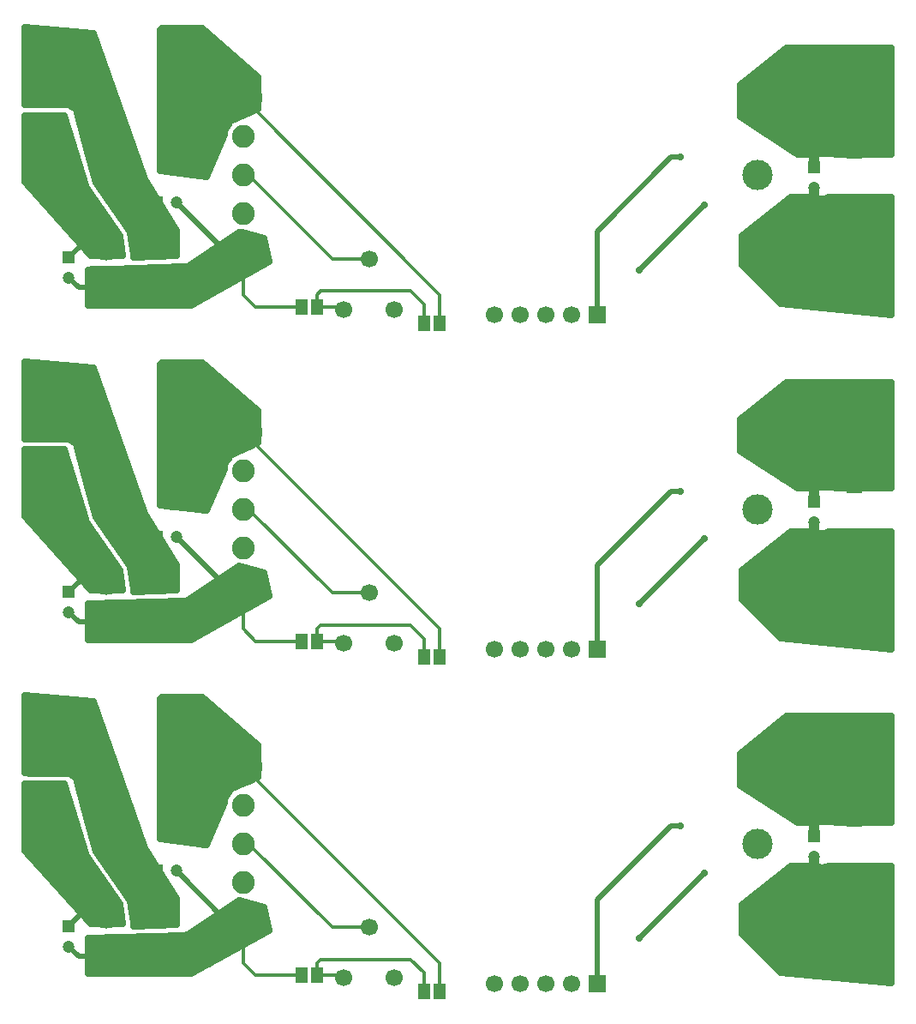
<source format=gbl>
G04 DipTrace 3.2.0.1*
G04 Bottom.GBL*
%MOIN*%
G04 #@! TF.FileFunction,Copper,L2,Bot*
G04 #@! TF.Part,Single*
G04 #@! TA.AperFunction,Conductor*
%ADD14C,0.019685*%
%ADD15C,0.012992*%
%ADD16C,0.03937*%
G04 #@! TA.AperFunction,CopperBalancing*
%ADD17C,0.025*%
G04 #@! TA.AperFunction,ComponentPad*
%ADD19C,0.047244*%
%ADD20R,0.047244X0.047244*%
%ADD21R,0.066929X0.066929*%
%ADD22C,0.066929*%
%ADD23C,0.11811*%
%ADD24C,0.088583*%
%ADD25C,0.15*%
%ADD26O,0.114173X0.098425*%
%ADD33C,0.066929*%
%ADD34R,0.046X0.063*%
G04 #@! TA.AperFunction,ComponentPad*
%ADD35C,0.11811*%
%ADD36C,0.062992*%
%ADD37R,0.062992X0.062992*%
G04 #@! TA.AperFunction,ViaPad*
%ADD40C,0.027559*%
%FSLAX26Y26*%
G04*
G70*
G90*
G75*
G01*
G04 Bottom*
%LPD*%
X1766240Y81251D2*
D15*
Y191241D1*
X1001231Y956251D1*
Y356251D2*
Y191240D1*
X1048722Y143749D1*
X1228740D1*
X743110Y550000D2*
D14*
X936860Y356251D1*
X1001231D1*
X322491Y256251D2*
X360531Y218209D1*
X468454D1*
X2794991Y541251D2*
X2541240Y287500D1*
X3172491Y500000D2*
D16*
X3222491Y550000D1*
Y606251D1*
X3378740Y550000D2*
X3428740Y500000D1*
X3472491D1*
X3172491Y800000D2*
X3222491Y750000D1*
Y684991D1*
X3378740Y750000D2*
X3428740Y800000D1*
X3472491D1*
X1001231Y656251D2*
D15*
X1022490D1*
X1347490Y331251D1*
X1491240D1*
X1288740Y143749D2*
Y191249D1*
X1303740Y206249D1*
X1653741D1*
X1706240Y153751D1*
Y81251D1*
X1288740Y143749D2*
X1383466D1*
X1392815Y134400D1*
X2703740Y725000D2*
D14*
X2666240D1*
X2378740Y437500D1*
Y112500D1*
X322491Y334991D2*
X371063Y383563D1*
X468454D1*
D40*
X2794991Y541251D3*
X2541240Y287500D3*
X2703740Y725000D3*
X3085782Y1125131D2*
D17*
X3520005D1*
X3054706Y1100262D2*
X3520005D1*
X3023631Y1075394D2*
X3520005D1*
X2992520Y1050525D2*
X3520005D1*
X2961444Y1025656D2*
X3520005D1*
X2937509Y1000787D2*
X3520005D1*
X2937509Y975919D2*
X3520005D1*
X2937509Y951050D2*
X3520005D1*
X2937509Y926181D2*
X3520005D1*
X2937509Y901312D2*
X3520005D1*
X2945726Y876444D2*
X3520005D1*
X2984087Y851575D2*
X3520005D1*
X3022411Y826706D2*
X3520005D1*
X3060735Y801837D2*
X3520005D1*
X3099096Y776969D2*
X3520005D1*
X3137420Y752100D2*
X3520005D1*
X3212812Y741354D2*
X3303854D1*
Y737514D1*
X3522522Y737500D1*
X3522490Y1149976D1*
X3114391Y1150000D1*
X2935018Y1006514D1*
X2934991Y881773D1*
X3157462Y737486D1*
X3203655Y737500D1*
X3203626Y741354D1*
X3212812D1*
X3103730Y543881D2*
X3519974D1*
X3071865Y519012D2*
X3519974D1*
X3040035Y494143D2*
X3519974D1*
X3008206Y469274D2*
X3519974D1*
X2976377Y444406D2*
X3519974D1*
X2944547Y419537D2*
X3519974D1*
X2943759Y394668D2*
X3519974D1*
X2943759Y369799D2*
X3519974D1*
X2943759Y344930D2*
X3519974D1*
X2943759Y320062D2*
X3519974D1*
X2953734Y295193D2*
X3519974D1*
X2978601Y270324D2*
X3519974D1*
X3003470Y245455D2*
X3519974D1*
X3028337Y220587D2*
X3519974D1*
X3053205Y195718D2*
X3519974D1*
X3078072Y170849D2*
X3519974D1*
X3193727Y145980D2*
X3519974D1*
X3449509Y121112D2*
X3519974D1*
X3278114Y568757D2*
X3272919Y566201D1*
X3265440Y563770D1*
X3257672Y562541D1*
X3249808D1*
X3242041Y563770D1*
X3234562Y566201D1*
X3229366Y568757D1*
X3133051Y568749D1*
X2941235Y418899D1*
X2941240Y305164D1*
X3090660Y155757D1*
X3522467Y113777D1*
X3522490Y568755D1*
X3278167Y568749D1*
X953987Y412631D2*
X1065252D1*
X916668Y387762D2*
X1083194D1*
X879348Y362894D2*
X1089043D1*
X842064Y338025D2*
X1094892D1*
X804745Y313156D2*
X1089331D1*
X412495Y288287D2*
X1044906D1*
X400008Y263419D2*
X1000517D1*
X400008Y238550D2*
X956093D1*
X400008Y213681D2*
X911703D1*
X400008Y188812D2*
X867280D1*
X400008Y163944D2*
X822891D1*
X999180Y432791D2*
X989727Y433617D1*
X984280Y434504D1*
X783962Y301143D1*
X781165Y300238D1*
X769955Y299715D1*
X397486Y287890D1*
X397490Y149969D1*
X800492Y150000D1*
X1101927Y318811D1*
X1080732Y408832D1*
X999411Y432730D1*
X681259Y1200131D2*
X869243D1*
X681259Y1175262D2*
X898094D1*
X681259Y1150394D2*
X926980D1*
X681259Y1125525D2*
X955867D1*
X681259Y1100656D2*
X984755D1*
X681259Y1075787D2*
X1013642D1*
X681259Y1050919D2*
X1042528D1*
X681259Y1026050D2*
X1057492D1*
X681259Y1001181D2*
X1057492D1*
X681259Y976312D2*
X1057492D1*
X681259Y951444D2*
X1057492D1*
X681259Y926575D2*
X1057492D1*
X681259Y901706D2*
X1029000D1*
X681259Y876837D2*
X973020D1*
X681259Y851969D2*
X941119D1*
X681259Y827100D2*
X928201D1*
X681259Y802231D2*
X920738D1*
X681259Y777362D2*
X910080D1*
X681259Y752493D2*
X899421D1*
X681259Y727625D2*
X888764D1*
X681259Y702756D2*
X878106D1*
X681259Y677887D2*
X867449D1*
X845357Y653018D2*
X856791D1*
X928101Y813566D2*
X929723Y823419D1*
X933290Y834392D1*
X938529Y844675D1*
X945311Y854010D1*
X949413Y862909D1*
X951260Y865196D1*
X953591Y866987D1*
X1030466Y901251D1*
X1060010Y914382D1*
X1059991Y1038020D1*
X842856Y1224996D1*
X684986Y1225000D1*
X678740Y1219127D1*
Y673508D1*
X858466Y651070D1*
X928043Y813440D1*
X156259Y862631D2*
X312055D1*
X156259Y837762D2*
X319627D1*
X156259Y812894D2*
X327198D1*
X156259Y788025D2*
X334770D1*
X156259Y763156D2*
X342306D1*
X156259Y738287D2*
X349877D1*
X156259Y713419D2*
X357449D1*
X156259Y688550D2*
X365020D1*
X156259Y663681D2*
X372592D1*
X156259Y638812D2*
X380163D1*
X170396Y613944D2*
X387735D1*
X192609Y589075D2*
X402375D1*
X214822Y564206D2*
X419780D1*
X237070Y539337D2*
X437184D1*
X259282Y514469D2*
X454587D1*
X281493Y489600D2*
X472026D1*
X303706Y464731D2*
X489430D1*
X325954Y439862D2*
X506835D1*
X348167Y414993D2*
X521224D1*
X370379Y390125D2*
X524525D1*
X392627Y365256D2*
X527862D1*
X291205Y887500D2*
X153768D1*
X153740Y629802D1*
X409319Y343766D1*
X533247Y343749D1*
X523001Y420335D1*
X392504Y607022D1*
X389108Y617648D1*
X306975Y887513D1*
X291236Y887500D1*
X156259Y1206382D2*
X417303D1*
X156259Y1181513D2*
X425951D1*
X156259Y1156644D2*
X434600D1*
X156259Y1131776D2*
X443248D1*
X156259Y1106907D2*
X451896D1*
X156259Y1082038D2*
X460543D1*
X156259Y1057169D2*
X469192D1*
X156259Y1032301D2*
X477840D1*
X156259Y1007432D2*
X486524D1*
X156259Y982563D2*
X495172D1*
X156259Y957694D2*
X503820D1*
X156259Y932825D2*
X512469D1*
X356205Y907957D2*
X521117D1*
X362413Y883088D2*
X529765D1*
X368621Y858219D2*
X538412D1*
X374865Y833350D2*
X547060D1*
X381072Y808482D2*
X555709D1*
X387281Y783613D2*
X564357D1*
X393488Y758744D2*
X573005D1*
X399875Y733875D2*
X581654D1*
X407448Y709007D2*
X590301D1*
X415018Y684138D2*
X598949D1*
X422591Y659269D2*
X607597D1*
X430163Y634400D2*
X617358D1*
X444013Y609531D2*
X632895D1*
X461417Y584663D2*
X648433D1*
X478822Y559794D2*
X663971D1*
X496261Y534925D2*
X679509D1*
X513664Y510056D2*
X695047D1*
X531068Y485188D2*
X710585D1*
X548472Y460319D2*
X726159D1*
X564799Y435450D2*
X738755D1*
X568927Y410581D2*
X738755D1*
X572227Y385713D2*
X738755D1*
X575564Y360844D2*
X738755D1*
X578866Y335975D2*
X593925D1*
X576483Y335343D2*
X659723Y338240D1*
X741218Y343034D1*
X741240Y440157D1*
X617293Y638730D1*
X419604Y1206970D1*
X153710Y1230119D1*
X153740Y930517D1*
X173644Y929249D1*
X319080Y929110D1*
X323600Y928307D1*
X327937Y926807D1*
X331987Y924648D1*
X335648Y921881D1*
X337311Y920285D1*
X343080Y918614D1*
X345916Y917844D1*
X348492Y916432D1*
X350669Y914458D1*
X352324Y912029D1*
X353367Y909282D1*
X397715Y732749D1*
X430371Y625451D1*
X560295Y439667D1*
X562277Y435528D1*
X563588Y431129D1*
X574909Y346915D1*
X576453Y335336D1*
D19*
X743110Y550000D3*
D20*
X664370D3*
D21*
X2378740Y112500D3*
D22*
X2278740D3*
X2178740D3*
X2078740D3*
X1978740D3*
D23*
X3001231Y956251D3*
Y656251D3*
Y356251D3*
D24*
X1001231Y656251D3*
Y506251D3*
Y806251D3*
D25*
Y956251D3*
Y356251D3*
D26*
X197491Y1187500D3*
X727806D3*
X197491Y1053642D3*
X727806D3*
D33*
X1491240Y331251D3*
X1589665Y134400D3*
X1392815D3*
D34*
X1228740Y143749D3*
X1288740D3*
X1766240Y81251D3*
X1706240D3*
D26*
X197491Y837500D3*
X727806D3*
X197491Y703642D3*
X727806D3*
D35*
X684990Y387500D3*
Y222146D3*
X468454Y383563D3*
Y218209D3*
X3472491Y200000D3*
X3172491D3*
X3472491Y500000D3*
X3172491D3*
X3472491Y800000D3*
X3172491D3*
X3472491Y1100000D3*
X3172491D3*
D19*
X322491Y256251D3*
D20*
Y334991D3*
D19*
X3222491Y606251D3*
D20*
Y684991D3*
D36*
X3378740Y550000D3*
D37*
Y750000D3*
X1766240Y1380463D2*
D15*
Y1490454D1*
X1001231Y2255463D1*
Y1655463D2*
Y1490453D1*
X1048722Y1442962D1*
X1228740D1*
X743110Y1849213D2*
D14*
X936860Y1655463D1*
X1001231D1*
X322491Y1555463D2*
X360531Y1517421D1*
X468454D1*
X2794991Y1840463D2*
X2541240Y1586713D1*
X3172491Y1799213D2*
D16*
X3222491Y1849213D1*
Y1905463D1*
X3378740Y1849213D2*
X3428740Y1799213D1*
X3472491D1*
X3172491Y2099213D2*
X3222491Y2049213D1*
Y1984203D1*
X3378740Y2049213D2*
X3428740Y2099213D1*
X3472491D1*
X1001231Y1955463D2*
D15*
X1022490D1*
X1347490Y1630463D1*
X1491240D1*
X1288740Y1442962D2*
Y1490462D1*
X1303740Y1505462D1*
X1653741D1*
X1706240Y1452963D1*
Y1380463D1*
X1288740Y1442962D2*
X1383466D1*
X1392815Y1433613D1*
X2703740Y2024213D2*
D14*
X2666240D1*
X2378740Y1736713D1*
Y1411713D1*
X322491Y1634203D2*
X371063Y1682776D1*
X468454D1*
D40*
X2794991Y1840463D3*
X2541240Y1586713D3*
X2703740Y2024213D3*
X3085782Y2424344D2*
D17*
X3520005D1*
X3054706Y2399475D2*
X3520005D1*
X3023631Y2374606D2*
X3520005D1*
X2992520Y2349738D2*
X3520005D1*
X2961444Y2324869D2*
X3520005D1*
X2937509Y2300000D2*
X3520005D1*
X2937509Y2275131D2*
X3520005D1*
X2937509Y2250262D2*
X3520005D1*
X2937509Y2225394D2*
X3520005D1*
X2937509Y2200525D2*
X3520005D1*
X2945726Y2175656D2*
X3520005D1*
X2984087Y2150787D2*
X3520005D1*
X3022411Y2125919D2*
X3520005D1*
X3060735Y2101050D2*
X3520005D1*
X3099096Y2076181D2*
X3520005D1*
X3137420Y2051312D2*
X3520005D1*
X3212812Y2040567D2*
X3303854D1*
Y2036727D1*
X3522522Y2036713D1*
X3522490Y2449189D1*
X3114391Y2449213D1*
X2935018Y2305727D1*
X2934991Y2180986D1*
X3157462Y2036698D1*
X3203655Y2036713D1*
X3203626Y2040567D1*
X3212812D1*
X3103730Y1843093D2*
X3519974D1*
X3071865Y1818224D2*
X3519974D1*
X3040035Y1793356D2*
X3519974D1*
X3008206Y1768487D2*
X3519974D1*
X2976377Y1743618D2*
X3519974D1*
X2944547Y1718749D2*
X3519974D1*
X2943759Y1693881D2*
X3519974D1*
X2943759Y1669012D2*
X3519974D1*
X2943759Y1644143D2*
X3519974D1*
X2943759Y1619274D2*
X3519974D1*
X2953734Y1594406D2*
X3519974D1*
X2978601Y1569537D2*
X3519974D1*
X3003470Y1544668D2*
X3519974D1*
X3028337Y1519799D2*
X3519974D1*
X3053205Y1494930D2*
X3519974D1*
X3078072Y1470062D2*
X3519974D1*
X3193727Y1445193D2*
X3519974D1*
X3449509Y1420324D2*
X3519974D1*
X3278114Y1867970D2*
X3272919Y1865413D1*
X3265440Y1862983D1*
X3257672Y1861753D1*
X3249808D1*
X3242041Y1862983D1*
X3234562Y1865413D1*
X3229366Y1867970D1*
X3133051Y1867962D1*
X2941235Y1718112D1*
X2941240Y1604377D1*
X3090660Y1454970D1*
X3522467Y1412990D1*
X3522490Y1867967D1*
X3278167Y1867962D1*
X953987Y1711844D2*
X1065252D1*
X916668Y1686975D2*
X1083194D1*
X879348Y1662106D2*
X1089043D1*
X842064Y1637238D2*
X1094892D1*
X804745Y1612369D2*
X1089331D1*
X412495Y1587500D2*
X1044906D1*
X400008Y1562631D2*
X1000517D1*
X400008Y1537762D2*
X956093D1*
X400008Y1512894D2*
X911703D1*
X400008Y1488025D2*
X867280D1*
X400008Y1463156D2*
X822891D1*
X999180Y1732004D2*
X989727Y1732829D1*
X984280Y1733717D1*
X783962Y1600356D1*
X781165Y1599450D1*
X769955Y1598928D1*
X397486Y1587102D1*
X397490Y1449181D1*
X800492Y1449213D1*
X1101927Y1618024D1*
X1080732Y1708045D1*
X999411Y1731942D1*
X681259Y2499344D2*
X869243D1*
X681259Y2474475D2*
X898094D1*
X681259Y2449606D2*
X926980D1*
X681259Y2424738D2*
X955867D1*
X681259Y2399869D2*
X984755D1*
X681259Y2375000D2*
X1013642D1*
X681259Y2350131D2*
X1042528D1*
X681259Y2325262D2*
X1057492D1*
X681259Y2300394D2*
X1057492D1*
X681259Y2275525D2*
X1057492D1*
X681259Y2250656D2*
X1057492D1*
X681259Y2225787D2*
X1057492D1*
X681259Y2200919D2*
X1029000D1*
X681259Y2176050D2*
X973020D1*
X681259Y2151181D2*
X941119D1*
X681259Y2126312D2*
X928201D1*
X681259Y2101444D2*
X920738D1*
X681259Y2076575D2*
X910080D1*
X681259Y2051706D2*
X899421D1*
X681259Y2026837D2*
X888764D1*
X681259Y2001969D2*
X878106D1*
X681259Y1977100D2*
X867449D1*
X845357Y1952231D2*
X856791D1*
X928101Y2112778D2*
X929723Y2122631D1*
X933290Y2133605D1*
X938529Y2143887D1*
X945311Y2153223D1*
X949413Y2162122D1*
X951260Y2164408D1*
X953591Y2166199D1*
X1030466Y2200463D1*
X1060010Y2213594D1*
X1059991Y2337232D1*
X842856Y2524209D1*
X684986Y2524213D1*
X678740Y2518340D1*
Y1972720D1*
X858466Y1950282D1*
X928043Y2112652D1*
X156259Y2161844D2*
X312055D1*
X156259Y2136975D2*
X319627D1*
X156259Y2112106D2*
X327198D1*
X156259Y2087238D2*
X334770D1*
X156259Y2062369D2*
X342306D1*
X156259Y2037500D2*
X349877D1*
X156259Y2012631D2*
X357449D1*
X156259Y1987762D2*
X365020D1*
X156259Y1962894D2*
X372592D1*
X156259Y1938025D2*
X380163D1*
X170396Y1913156D2*
X387735D1*
X192609Y1888287D2*
X402375D1*
X214822Y1863419D2*
X419780D1*
X237070Y1838550D2*
X437184D1*
X259282Y1813681D2*
X454587D1*
X281493Y1788812D2*
X472026D1*
X303706Y1763944D2*
X489430D1*
X325954Y1739075D2*
X506835D1*
X348167Y1714206D2*
X521224D1*
X370379Y1689337D2*
X524525D1*
X392627Y1664469D2*
X527862D1*
X291205Y2186713D2*
X153768D1*
X153740Y1929014D1*
X409319Y1642979D1*
X533247Y1642962D1*
X523001Y1719547D1*
X392504Y1906235D1*
X389108Y1916861D1*
X306975Y2186726D1*
X291236Y2186713D1*
X156259Y2505594D2*
X417303D1*
X156259Y2480726D2*
X425951D1*
X156259Y2455857D2*
X434600D1*
X156259Y2430988D2*
X443248D1*
X156259Y2406119D2*
X451896D1*
X156259Y2381251D2*
X460543D1*
X156259Y2356382D2*
X469192D1*
X156259Y2331513D2*
X477840D1*
X156259Y2306644D2*
X486524D1*
X156259Y2281776D2*
X495172D1*
X156259Y2256907D2*
X503820D1*
X156259Y2232038D2*
X512469D1*
X356205Y2207169D2*
X521117D1*
X362413Y2182301D2*
X529765D1*
X368621Y2157432D2*
X538412D1*
X374865Y2132563D2*
X547060D1*
X381072Y2107694D2*
X555709D1*
X387281Y2082825D2*
X564357D1*
X393488Y2057957D2*
X573005D1*
X399875Y2033088D2*
X581654D1*
X407448Y2008219D2*
X590301D1*
X415018Y1983350D2*
X598949D1*
X422591Y1958482D2*
X607597D1*
X430163Y1933613D2*
X617358D1*
X444013Y1908744D2*
X632895D1*
X461417Y1883875D2*
X648433D1*
X478822Y1859007D2*
X663971D1*
X496261Y1834138D2*
X679509D1*
X513664Y1809269D2*
X695047D1*
X531068Y1784400D2*
X710585D1*
X548472Y1759531D2*
X726159D1*
X564799Y1734663D2*
X738755D1*
X568927Y1709794D2*
X738755D1*
X572227Y1684925D2*
X738755D1*
X575564Y1660056D2*
X738755D1*
X578866Y1635188D2*
X593925D1*
X576483Y1634555D2*
X659723Y1637453D1*
X741218Y1642247D1*
X741240Y1739370D1*
X617293Y1937942D1*
X419604Y2506182D1*
X153710Y2529332D1*
X153740Y2229730D1*
X173644Y2228462D1*
X319080Y2228323D1*
X323600Y2227520D1*
X327937Y2226020D1*
X331987Y2223861D1*
X335648Y2221093D1*
X337311Y2219497D1*
X343080Y2217827D1*
X345916Y2217056D1*
X348492Y2215644D1*
X350669Y2213671D1*
X352324Y2211241D1*
X353367Y2208495D1*
X397715Y2031962D1*
X430371Y1924664D1*
X560295Y1738879D1*
X562277Y1734740D1*
X563588Y1730341D1*
X574909Y1646127D1*
X576453Y1634549D1*
D19*
X743110Y1849213D3*
D20*
X664370D3*
D21*
X2378740Y1411713D3*
D22*
X2278740D3*
X2178740D3*
X2078740D3*
X1978740D3*
D23*
X3001231Y2255463D3*
Y1955463D3*
Y1655463D3*
D24*
X1001231Y1955463D3*
Y1805463D3*
Y2105463D3*
D25*
Y2255463D3*
Y1655463D3*
D26*
X197491Y2486713D3*
X727806D3*
X197491Y2352854D3*
X727806D3*
D33*
X1491240Y1630463D3*
X1589665Y1433613D3*
X1392815D3*
D34*
X1228740Y1442962D3*
X1288740D3*
X1766240Y1380463D3*
X1706240D3*
D26*
X197491Y2136713D3*
X727806D3*
X197491Y2002854D3*
X727806D3*
D35*
X684990Y1686713D3*
Y1521358D3*
X468454Y1682776D3*
Y1517421D3*
X3472491Y1499213D3*
X3172491D3*
X3472491Y1799213D3*
X3172491D3*
X3472491Y2099213D3*
X3172491D3*
X3472491Y2399213D3*
X3172491D3*
D19*
X322491Y1555463D3*
D20*
Y1634203D3*
D19*
X3222491Y1905463D3*
D20*
Y1984203D3*
D36*
X3378740Y1849213D3*
D37*
Y2049213D3*
X1766240Y2679676D2*
D15*
Y2789667D1*
X1001231Y3554676D1*
Y2954676D2*
Y2789665D1*
X1048722Y2742175D1*
X1228740D1*
X743110Y3148425D2*
D14*
X936860Y2954676D1*
X1001231D1*
X322491Y2854676D2*
X360531Y2816634D1*
X468454D1*
X2794991Y3139676D2*
X2541240Y2885925D1*
X3172491Y3098425D2*
D16*
X3222491Y3148425D1*
Y3204676D1*
X3378740Y3148425D2*
X3428740Y3098425D1*
X3472491D1*
X3172491Y3398425D2*
X3222491Y3348425D1*
Y3283416D1*
X3378740Y3348425D2*
X3428740Y3398425D1*
X3472491D1*
X1001231Y3254676D2*
D15*
X1022490D1*
X1347490Y2929676D1*
X1491240D1*
X1288740Y2742175D2*
Y2789675D1*
X1303740Y2804675D1*
X1653741D1*
X1706240Y2752176D1*
Y2679676D1*
X1288740Y2742175D2*
X1383466D1*
X1392815Y2732825D1*
X2703740Y3323425D2*
D14*
X2666240D1*
X2378740Y3035925D1*
Y2710925D1*
X322491Y2933416D2*
X371063Y2981988D1*
X468454D1*
D40*
X2794991Y3139676D3*
X2541240Y2885925D3*
X2703740Y3323425D3*
X3085782Y3723556D2*
D17*
X3520005D1*
X3054706Y3698688D2*
X3520005D1*
X3023631Y3673819D2*
X3520005D1*
X2992520Y3648950D2*
X3520005D1*
X2961444Y3624081D2*
X3520005D1*
X2937509Y3599213D2*
X3520005D1*
X2937509Y3574344D2*
X3520005D1*
X2937509Y3549475D2*
X3520005D1*
X2937509Y3524606D2*
X3520005D1*
X2937509Y3499738D2*
X3520005D1*
X2945726Y3474869D2*
X3520005D1*
X2984087Y3450000D2*
X3520005D1*
X3022411Y3425131D2*
X3520005D1*
X3060735Y3400262D2*
X3520005D1*
X3099096Y3375394D2*
X3520005D1*
X3137420Y3350525D2*
X3520005D1*
X3212812Y3339780D2*
X3303854D1*
Y3335940D1*
X3522522Y3335925D1*
X3522490Y3748402D1*
X3114391Y3748425D1*
X2935018Y3604940D1*
X2934991Y3480198D1*
X3157462Y3335911D1*
X3203655Y3335925D1*
X3203626Y3339780D1*
X3212812D1*
X3103730Y3142306D2*
X3519974D1*
X3071865Y3117437D2*
X3519974D1*
X3040035Y3092568D2*
X3519974D1*
X3008206Y3067699D2*
X3519974D1*
X2976377Y3042831D2*
X3519974D1*
X2944547Y3017962D2*
X3519974D1*
X2943759Y2993093D2*
X3519974D1*
X2943759Y2968224D2*
X3519974D1*
X2943759Y2943356D2*
X3519974D1*
X2943759Y2918487D2*
X3519974D1*
X2953734Y2893618D2*
X3519974D1*
X2978601Y2868749D2*
X3519974D1*
X3003470Y2843881D2*
X3519974D1*
X3028337Y2819012D2*
X3519974D1*
X3053205Y2794143D2*
X3519974D1*
X3078072Y2769274D2*
X3519974D1*
X3193727Y2744406D2*
X3519974D1*
X3449509Y2719537D2*
X3519974D1*
X3278114Y3167182D2*
X3272919Y3164626D1*
X3265440Y3162196D1*
X3257672Y3160966D1*
X3249808D1*
X3242041Y3162196D1*
X3234562Y3164626D1*
X3229366Y3167182D1*
X3133051Y3167175D1*
X2941235Y3017324D1*
X2941240Y2903589D1*
X3090660Y2754182D1*
X3522467Y2712202D1*
X3522490Y3167180D1*
X3278167Y3167175D1*
X953987Y3011056D2*
X1065252D1*
X916668Y2986188D2*
X1083194D1*
X879348Y2961319D2*
X1089043D1*
X842064Y2936450D2*
X1094892D1*
X804745Y2911581D2*
X1089331D1*
X412495Y2886713D2*
X1044906D1*
X400008Y2861844D2*
X1000517D1*
X400008Y2836975D2*
X956093D1*
X400008Y2812106D2*
X911703D1*
X400008Y2787238D2*
X867280D1*
X400008Y2762369D2*
X822891D1*
X999180Y3031217D2*
X989727Y3032042D1*
X984280Y3032929D1*
X783962Y2899568D1*
X781165Y2898663D1*
X769955Y2898140D1*
X397486Y2886315D1*
X397490Y2748394D1*
X800492Y2748425D1*
X1101927Y2917236D1*
X1080732Y3007257D1*
X999411Y3031155D1*
X681259Y3798556D2*
X869243D1*
X681259Y3773688D2*
X898094D1*
X681259Y3748819D2*
X926980D1*
X681259Y3723950D2*
X955867D1*
X681259Y3699081D2*
X984755D1*
X681259Y3674213D2*
X1013642D1*
X681259Y3649344D2*
X1042528D1*
X681259Y3624475D2*
X1057492D1*
X681259Y3599606D2*
X1057492D1*
X681259Y3574738D2*
X1057492D1*
X681259Y3549869D2*
X1057492D1*
X681259Y3525000D2*
X1057492D1*
X681259Y3500131D2*
X1029000D1*
X681259Y3475262D2*
X973020D1*
X681259Y3450394D2*
X941119D1*
X681259Y3425525D2*
X928201D1*
X681259Y3400656D2*
X920738D1*
X681259Y3375787D2*
X910080D1*
X681259Y3350919D2*
X899421D1*
X681259Y3326050D2*
X888764D1*
X681259Y3301181D2*
X878106D1*
X681259Y3276312D2*
X867449D1*
X845357Y3251444D2*
X856791D1*
X928101Y3411991D2*
X929723Y3421844D1*
X933290Y3432818D1*
X938529Y3443100D1*
X945311Y3452436D1*
X949413Y3461335D1*
X951260Y3463621D1*
X953591Y3465412D1*
X1030466Y3499676D1*
X1060010Y3512807D1*
X1059991Y3636445D1*
X842856Y3823421D1*
X684986Y3823425D1*
X678740Y3817553D1*
Y3271933D1*
X858466Y3249495D1*
X928043Y3411865D1*
X156259Y3461056D2*
X312055D1*
X156259Y3436188D2*
X319627D1*
X156259Y3411319D2*
X327198D1*
X156259Y3386450D2*
X334770D1*
X156259Y3361581D2*
X342306D1*
X156259Y3336713D2*
X349877D1*
X156259Y3311844D2*
X357449D1*
X156259Y3286975D2*
X365020D1*
X156259Y3262106D2*
X372592D1*
X156259Y3237238D2*
X380163D1*
X170396Y3212369D2*
X387735D1*
X192609Y3187500D2*
X402375D1*
X214822Y3162631D2*
X419780D1*
X237070Y3137762D2*
X437184D1*
X259282Y3112894D2*
X454587D1*
X281493Y3088025D2*
X472026D1*
X303706Y3063156D2*
X489430D1*
X325954Y3038287D2*
X506835D1*
X348167Y3013419D2*
X521224D1*
X370379Y2988550D2*
X524525D1*
X392627Y2963681D2*
X527862D1*
X291205Y3485925D2*
X153768D1*
X153740Y3228227D1*
X409319Y2942192D1*
X533247Y2942175D1*
X523001Y3018760D1*
X392504Y3205448D1*
X389108Y3216073D1*
X306975Y3485938D1*
X291236Y3485925D1*
X156259Y3804807D2*
X417303D1*
X156259Y3779938D2*
X425951D1*
X156259Y3755070D2*
X434600D1*
X156259Y3730201D2*
X443248D1*
X156259Y3705332D2*
X451896D1*
X156259Y3680463D2*
X460543D1*
X156259Y3655594D2*
X469192D1*
X156259Y3630726D2*
X477840D1*
X156259Y3605857D2*
X486524D1*
X156259Y3580988D2*
X495172D1*
X156259Y3556119D2*
X503820D1*
X156259Y3531251D2*
X512469D1*
X356205Y3506382D2*
X521117D1*
X362413Y3481513D2*
X529765D1*
X368621Y3456644D2*
X538412D1*
X374865Y3431776D2*
X547060D1*
X381072Y3406907D2*
X555709D1*
X387281Y3382038D2*
X564357D1*
X393488Y3357169D2*
X573005D1*
X399875Y3332301D2*
X581654D1*
X407448Y3307432D2*
X590301D1*
X415018Y3282563D2*
X598949D1*
X422591Y3257694D2*
X607597D1*
X430163Y3232825D2*
X617358D1*
X444013Y3207957D2*
X632895D1*
X461417Y3183088D2*
X648433D1*
X478822Y3158219D2*
X663971D1*
X496261Y3133350D2*
X679509D1*
X513664Y3108482D2*
X695047D1*
X531068Y3083613D2*
X710585D1*
X548472Y3058744D2*
X726159D1*
X564799Y3033875D2*
X738755D1*
X568927Y3009007D2*
X738755D1*
X572227Y2984138D2*
X738755D1*
X575564Y2959269D2*
X738755D1*
X578866Y2934400D2*
X593925D1*
X576483Y2933768D2*
X659723Y2936665D1*
X741218Y2941459D1*
X741240Y3038583D1*
X617293Y3237155D1*
X419604Y3805395D1*
X153710Y3828545D1*
X153740Y3528942D1*
X173644Y3527675D1*
X319080Y3527535D1*
X323600Y3526732D1*
X327937Y3525232D1*
X331987Y3523073D1*
X335648Y3520306D1*
X337311Y3518710D1*
X343080Y3517039D1*
X345916Y3516269D1*
X348492Y3514857D1*
X350669Y3512883D1*
X352324Y3510454D1*
X353367Y3507707D1*
X397715Y3331175D1*
X430371Y3223877D1*
X560295Y3038092D1*
X562277Y3033953D1*
X563588Y3029554D1*
X574909Y2945340D1*
X576453Y2933761D1*
D19*
X743110Y3148425D3*
D20*
X664370D3*
D21*
X2378740Y2710925D3*
D22*
X2278740D3*
X2178740D3*
X2078740D3*
X1978740D3*
D23*
X3001231Y3554676D3*
Y3254676D3*
Y2954676D3*
D24*
X1001231Y3254676D3*
Y3104676D3*
Y3404676D3*
D25*
Y3554676D3*
Y2954676D3*
D26*
X197491Y3785925D3*
X727806D3*
X197491Y3652067D3*
X727806D3*
D33*
X1491240Y2929676D3*
X1589665Y2732825D3*
X1392815D3*
D34*
X1228740Y2742175D3*
X1288740D3*
X1766240Y2679676D3*
X1706240D3*
D26*
X197491Y3435925D3*
X727806D3*
X197491Y3302067D3*
X727806D3*
D35*
X684990Y2985925D3*
Y2820571D3*
X468454Y2981988D3*
Y2816634D3*
X3472491Y2798425D3*
X3172491D3*
X3472491Y3098425D3*
X3172491D3*
X3472491Y3398425D3*
X3172491D3*
X3472491Y3698425D3*
X3172491D3*
D19*
X322491Y2854676D3*
D20*
Y2933416D3*
D19*
X3222491Y3204676D3*
D20*
Y3283416D3*
D36*
X3378740Y3148425D3*
D37*
Y3348425D3*
M02*

</source>
